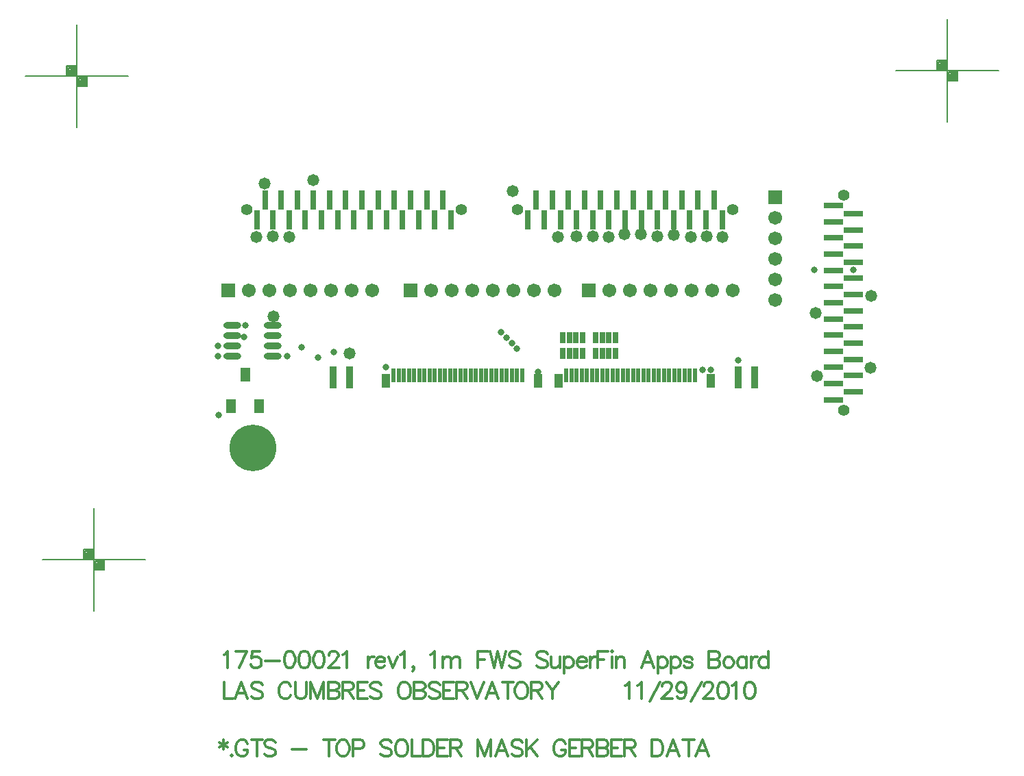
<source format=gts>
%FSLAX23Y23*%
%MOIN*%
G70*
G01*
G75*
G04 Layer_Color=8388736*
%ADD10O,0.079X0.024*%
%ADD11R,0.017X0.045*%
%ADD12R,0.014X0.060*%
%ADD13R,0.030X0.100*%
%ADD14R,0.031X0.060*%
%ADD15R,0.022X0.085*%
%ADD16R,0.039X0.059*%
%ADD17R,0.085X0.022*%
%ADD18C,0.020*%
%ADD19C,0.010*%
%ADD20C,0.025*%
%ADD21C,0.050*%
%ADD22C,0.005*%
%ADD23C,0.012*%
%ADD24C,0.008*%
%ADD25C,0.012*%
%ADD26C,0.012*%
%ADD27C,0.059*%
%ADD28R,0.059X0.059*%
%ADD29R,0.059X0.059*%
%ADD30C,0.047*%
%ADD31C,0.219*%
%ADD32C,0.050*%
%ADD33C,0.024*%
%ADD34C,0.040*%
%ADD35C,0.075*%
%ADD36C,0.087*%
%ADD37C,0.206*%
%ADD38C,0.068*%
G04:AMPARAMS|DCode=39|XSize=88mil|YSize=88mil|CornerRadius=0mil|HoleSize=0mil|Usage=FLASHONLY|Rotation=0.000|XOffset=0mil|YOffset=0mil|HoleType=Round|Shape=Relief|Width=10mil|Gap=10mil|Entries=4|*
%AMTHD39*
7,0,0,0.088,0.068,0.010,45*
%
%ADD39THD39*%
G04:AMPARAMS|DCode=40|XSize=70mil|YSize=70mil|CornerRadius=0mil|HoleSize=0mil|Usage=FLASHONLY|Rotation=0.000|XOffset=0mil|YOffset=0mil|HoleType=Round|Shape=Relief|Width=10mil|Gap=10mil|Entries=4|*
%AMTHD40*
7,0,0,0.070,0.050,0.010,45*
%
%ADD40THD40*%
%ADD41C,0.010*%
%ADD42C,0.008*%
%ADD43C,0.007*%
%ADD44R,0.224X0.139*%
%ADD45O,0.087X0.032*%
%ADD46R,0.025X0.053*%
%ADD47R,0.022X0.068*%
%ADD48R,0.038X0.108*%
%ADD49R,0.039X0.068*%
%ADD50R,0.030X0.093*%
%ADD51R,0.047X0.067*%
%ADD52R,0.093X0.030*%
%ADD53C,0.067*%
%ADD54R,0.067X0.067*%
%ADD55R,0.067X0.067*%
%ADD56C,0.055*%
%ADD57C,0.227*%
%ADD58C,0.058*%
%ADD59C,0.032*%
D23*
X31156Y16829D02*
Y16783D01*
X31137Y16817D02*
X31175Y16794D01*
Y16817D02*
X31137Y16794D01*
X31196Y16756D02*
X31192Y16753D01*
X31196Y16749D01*
X31199Y16753D01*
X31196Y16756D01*
X31274Y16810D02*
X31270Y16817D01*
X31263Y16825D01*
X31255Y16829D01*
X31240D01*
X31232Y16825D01*
X31224Y16817D01*
X31221Y16810D01*
X31217Y16798D01*
Y16779D01*
X31221Y16768D01*
X31224Y16760D01*
X31232Y16753D01*
X31240Y16749D01*
X31255D01*
X31263Y16753D01*
X31270Y16760D01*
X31274Y16768D01*
Y16779D01*
X31255D02*
X31274D01*
X31319Y16829D02*
Y16749D01*
X31292Y16829D02*
X31346D01*
X31408Y16817D02*
X31401Y16825D01*
X31389Y16829D01*
X31374D01*
X31363Y16825D01*
X31355Y16817D01*
Y16810D01*
X31359Y16802D01*
X31363Y16798D01*
X31370Y16794D01*
X31393Y16787D01*
X31401Y16783D01*
X31405Y16779D01*
X31408Y16772D01*
Y16760D01*
X31401Y16753D01*
X31389Y16749D01*
X31374D01*
X31363Y16753D01*
X31355Y16760D01*
X31489Y16783D02*
X31558D01*
X31671Y16829D02*
Y16749D01*
X31644Y16829D02*
X31698D01*
X31730D02*
X31722Y16825D01*
X31715Y16817D01*
X31711Y16810D01*
X31707Y16798D01*
Y16779D01*
X31711Y16768D01*
X31715Y16760D01*
X31722Y16753D01*
X31730Y16749D01*
X31745D01*
X31753Y16753D01*
X31760Y16760D01*
X31764Y16768D01*
X31768Y16779D01*
Y16798D01*
X31764Y16810D01*
X31760Y16817D01*
X31753Y16825D01*
X31745Y16829D01*
X31730D01*
X31787Y16787D02*
X31821D01*
X31832Y16791D01*
X31836Y16794D01*
X31840Y16802D01*
Y16814D01*
X31836Y16821D01*
X31832Y16825D01*
X31821Y16829D01*
X31787D01*
Y16749D01*
X31974Y16817D02*
X31966Y16825D01*
X31955Y16829D01*
X31940D01*
X31928Y16825D01*
X31921Y16817D01*
Y16810D01*
X31925Y16802D01*
X31928Y16798D01*
X31936Y16794D01*
X31959Y16787D01*
X31966Y16783D01*
X31970Y16779D01*
X31974Y16772D01*
Y16760D01*
X31966Y16753D01*
X31955Y16749D01*
X31940D01*
X31928Y16753D01*
X31921Y16760D01*
X32015Y16829D02*
X32007Y16825D01*
X32000Y16817D01*
X31996Y16810D01*
X31992Y16798D01*
Y16779D01*
X31996Y16768D01*
X32000Y16760D01*
X32007Y16753D01*
X32015Y16749D01*
X32030D01*
X32038Y16753D01*
X32045Y16760D01*
X32049Y16768D01*
X32053Y16779D01*
Y16798D01*
X32049Y16810D01*
X32045Y16817D01*
X32038Y16825D01*
X32030Y16829D01*
X32015D01*
X32072D02*
Y16749D01*
X32117D01*
X32126Y16829D02*
Y16749D01*
Y16829D02*
X32153D01*
X32164Y16825D01*
X32172Y16817D01*
X32176Y16810D01*
X32179Y16798D01*
Y16779D01*
X32176Y16768D01*
X32172Y16760D01*
X32164Y16753D01*
X32153Y16749D01*
X32126D01*
X32247Y16829D02*
X32197D01*
Y16749D01*
X32247D01*
X32197Y16791D02*
X32228D01*
X32260Y16829D02*
Y16749D01*
Y16829D02*
X32294D01*
X32306Y16825D01*
X32310Y16821D01*
X32313Y16814D01*
Y16806D01*
X32310Y16798D01*
X32306Y16794D01*
X32294Y16791D01*
X32260D01*
X32287D02*
X32313Y16749D01*
X32394Y16829D02*
Y16749D01*
Y16829D02*
X32425Y16749D01*
X32455Y16829D02*
X32425Y16749D01*
X32455Y16829D02*
Y16749D01*
X32539D02*
X32508Y16829D01*
X32478Y16749D01*
X32489Y16775D02*
X32527D01*
X32611Y16817D02*
X32603Y16825D01*
X32592Y16829D01*
X32577D01*
X32565Y16825D01*
X32558Y16817D01*
Y16810D01*
X32561Y16802D01*
X32565Y16798D01*
X32573Y16794D01*
X32596Y16787D01*
X32603Y16783D01*
X32607Y16779D01*
X32611Y16772D01*
Y16760D01*
X32603Y16753D01*
X32592Y16749D01*
X32577D01*
X32565Y16753D01*
X32558Y16760D01*
X32629Y16829D02*
Y16749D01*
X32682Y16829D02*
X32629Y16775D01*
X32648Y16794D02*
X32682Y16749D01*
X32820Y16810D02*
X32816Y16817D01*
X32809Y16825D01*
X32801Y16829D01*
X32786D01*
X32778Y16825D01*
X32770Y16817D01*
X32767Y16810D01*
X32763Y16798D01*
Y16779D01*
X32767Y16768D01*
X32770Y16760D01*
X32778Y16753D01*
X32786Y16749D01*
X32801D01*
X32809Y16753D01*
X32816Y16760D01*
X32820Y16768D01*
Y16779D01*
X32801D02*
X32820D01*
X32888Y16829D02*
X32838D01*
Y16749D01*
X32888D01*
X32838Y16791D02*
X32869D01*
X32901Y16829D02*
Y16749D01*
Y16829D02*
X32935D01*
X32947Y16825D01*
X32951Y16821D01*
X32954Y16814D01*
Y16806D01*
X32951Y16798D01*
X32947Y16794D01*
X32935Y16791D01*
X32901D01*
X32928D02*
X32954Y16749D01*
X32972Y16829D02*
Y16749D01*
Y16829D02*
X33007D01*
X33018Y16825D01*
X33022Y16821D01*
X33026Y16814D01*
Y16806D01*
X33022Y16798D01*
X33018Y16794D01*
X33007Y16791D01*
X32972D02*
X33007D01*
X33018Y16787D01*
X33022Y16783D01*
X33026Y16775D01*
Y16764D01*
X33022Y16756D01*
X33018Y16753D01*
X33007Y16749D01*
X32972D01*
X33093Y16829D02*
X33044D01*
Y16749D01*
X33093D01*
X33044Y16791D02*
X33074D01*
X33106Y16829D02*
Y16749D01*
Y16829D02*
X33141D01*
X33152Y16825D01*
X33156Y16821D01*
X33160Y16814D01*
Y16806D01*
X33156Y16798D01*
X33152Y16794D01*
X33141Y16791D01*
X33106D01*
X33133D02*
X33160Y16749D01*
X33240Y16829D02*
Y16749D01*
Y16829D02*
X33267D01*
X33279Y16825D01*
X33286Y16817D01*
X33290Y16810D01*
X33294Y16798D01*
Y16779D01*
X33290Y16768D01*
X33286Y16760D01*
X33279Y16753D01*
X33267Y16749D01*
X33240D01*
X33373D02*
X33342Y16829D01*
X33312Y16749D01*
X33323Y16775D02*
X33361D01*
X33418Y16829D02*
Y16749D01*
X33391Y16829D02*
X33445D01*
X33515Y16749D02*
X33485Y16829D01*
X33454Y16749D01*
X33466Y16775D02*
X33504D01*
D24*
X34427Y20086D02*
X34927D01*
X34677Y19836D02*
Y20336D01*
X34627Y20086D02*
Y20136D01*
X34677D01*
X34727Y20036D02*
Y20086D01*
X34677Y20036D02*
X34727D01*
X34682Y20081D02*
X34722D01*
Y20041D02*
Y20081D01*
X34682Y20041D02*
X34722D01*
X34682D02*
Y20081D01*
X34687Y20076D02*
X34717D01*
Y20046D02*
Y20076D01*
X34687Y20046D02*
X34717D01*
X34687D02*
Y20071D01*
X34692D02*
X34712D01*
Y20051D02*
Y20071D01*
X34692Y20051D02*
X34712D01*
X34692D02*
Y20066D01*
X34697D02*
X34707D01*
Y20056D02*
Y20066D01*
X34697Y20056D02*
X34707D01*
X34697D02*
Y20066D01*
Y20061D02*
X34707D01*
X34632Y20131D02*
X34672D01*
Y20091D02*
Y20131D01*
X34632Y20091D02*
X34672D01*
X34632D02*
Y20131D01*
X34637Y20126D02*
X34667D01*
Y20096D02*
Y20126D01*
X34637Y20096D02*
X34667D01*
X34637D02*
Y20121D01*
X34642D02*
X34662D01*
Y20101D02*
Y20121D01*
X34642Y20101D02*
X34662D01*
X34642D02*
Y20116D01*
X34647D02*
X34657D01*
Y20106D02*
Y20116D01*
X34647Y20106D02*
X34657D01*
X34647D02*
Y20116D01*
Y20111D02*
X34657D01*
X30192Y20061D02*
X30692D01*
X30442Y19811D02*
Y20311D01*
X30392Y20061D02*
Y20111D01*
X30442D01*
X30492Y20011D02*
Y20061D01*
X30442Y20011D02*
X30492D01*
X30447Y20056D02*
X30487D01*
Y20016D02*
Y20056D01*
X30447Y20016D02*
X30487D01*
X30447D02*
Y20056D01*
X30452Y20051D02*
X30482D01*
Y20021D02*
Y20051D01*
X30452Y20021D02*
X30482D01*
X30452D02*
Y20046D01*
X30457D02*
X30477D01*
Y20026D02*
Y20046D01*
X30457Y20026D02*
X30477D01*
X30457D02*
Y20041D01*
X30462D02*
X30472D01*
Y20031D02*
Y20041D01*
X30462Y20031D02*
X30472D01*
X30462D02*
Y20041D01*
Y20036D02*
X30472D01*
X30397Y20106D02*
X30437D01*
Y20066D02*
Y20106D01*
X30397Y20066D02*
X30437D01*
X30397D02*
Y20106D01*
X30402Y20101D02*
X30432D01*
Y20071D02*
Y20101D01*
X30402Y20071D02*
X30432D01*
X30402D02*
Y20096D01*
X30407D02*
X30427D01*
Y20076D02*
Y20096D01*
X30407Y20076D02*
X30427D01*
X30407D02*
Y20091D01*
X30412D02*
X30422D01*
Y20081D02*
Y20091D01*
X30412Y20081D02*
X30422D01*
X30412D02*
Y20091D01*
Y20086D02*
X30422D01*
X30277Y17706D02*
X30777D01*
X30527Y17456D02*
Y17956D01*
X30477Y17706D02*
Y17756D01*
X30527D01*
X30577Y17656D02*
Y17706D01*
X30527Y17656D02*
X30577D01*
X30532Y17701D02*
X30572D01*
Y17661D02*
Y17701D01*
X30532Y17661D02*
X30572D01*
X30532D02*
Y17701D01*
X30537Y17696D02*
X30567D01*
Y17666D02*
Y17696D01*
X30537Y17666D02*
X30567D01*
X30537D02*
Y17691D01*
X30542D02*
X30562D01*
Y17671D02*
Y17691D01*
X30542Y17671D02*
X30562D01*
X30542D02*
Y17686D01*
X30547D02*
X30557D01*
Y17676D02*
Y17686D01*
X30547Y17676D02*
X30557D01*
X30547D02*
Y17686D01*
Y17681D02*
X30557D01*
X30482Y17751D02*
X30522D01*
Y17711D02*
Y17751D01*
X30482Y17711D02*
X30522D01*
X30482D02*
Y17751D01*
X30487Y17746D02*
X30517D01*
Y17716D02*
Y17746D01*
X30487Y17716D02*
X30517D01*
X30487D02*
Y17741D01*
X30492D02*
X30512D01*
Y17721D02*
Y17741D01*
X30492Y17721D02*
X30512D01*
X30492D02*
Y17736D01*
X30497D02*
X30507D01*
Y17726D02*
Y17736D01*
X30497Y17726D02*
X30507D01*
X30497D02*
Y17736D01*
Y17731D02*
X30507D01*
D25*
X31158Y17244D02*
X31166Y17248D01*
X31177Y17259D01*
Y17179D01*
X31270Y17259D02*
X31232Y17179D01*
X31217Y17259D02*
X31270D01*
X31334D02*
X31296D01*
X31292Y17225D01*
X31296Y17229D01*
X31307Y17233D01*
X31319D01*
X31330Y17229D01*
X31338Y17221D01*
X31341Y17210D01*
Y17202D01*
X31338Y17191D01*
X31330Y17183D01*
X31319Y17179D01*
X31307D01*
X31296Y17183D01*
X31292Y17187D01*
X31288Y17195D01*
X31359Y17214D02*
X31428D01*
X31474Y17259D02*
X31463Y17256D01*
X31455Y17244D01*
X31452Y17225D01*
Y17214D01*
X31455Y17195D01*
X31463Y17183D01*
X31474Y17179D01*
X31482D01*
X31493Y17183D01*
X31501Y17195D01*
X31505Y17214D01*
Y17225D01*
X31501Y17244D01*
X31493Y17256D01*
X31482Y17259D01*
X31474D01*
X31546D02*
X31534Y17256D01*
X31527Y17244D01*
X31523Y17225D01*
Y17214D01*
X31527Y17195D01*
X31534Y17183D01*
X31546Y17179D01*
X31553D01*
X31565Y17183D01*
X31572Y17195D01*
X31576Y17214D01*
Y17225D01*
X31572Y17244D01*
X31565Y17256D01*
X31553Y17259D01*
X31546D01*
X31617D02*
X31605Y17256D01*
X31598Y17244D01*
X31594Y17225D01*
Y17214D01*
X31598Y17195D01*
X31605Y17183D01*
X31617Y17179D01*
X31624D01*
X31636Y17183D01*
X31644Y17195D01*
X31647Y17214D01*
Y17225D01*
X31644Y17244D01*
X31636Y17256D01*
X31624Y17259D01*
X31617D01*
X31669Y17240D02*
Y17244D01*
X31673Y17252D01*
X31677Y17256D01*
X31684Y17259D01*
X31700D01*
X31707Y17256D01*
X31711Y17252D01*
X31715Y17244D01*
Y17237D01*
X31711Y17229D01*
X31703Y17217D01*
X31665Y17179D01*
X31719D01*
X31736Y17244D02*
X31744Y17248D01*
X31755Y17259D01*
Y17179D01*
X31858Y17233D02*
Y17179D01*
Y17210D02*
X31862Y17221D01*
X31869Y17229D01*
X31877Y17233D01*
X31888D01*
X31896Y17210D02*
X31941D01*
Y17217D01*
X31938Y17225D01*
X31934Y17229D01*
X31926Y17233D01*
X31915D01*
X31907Y17229D01*
X31899Y17221D01*
X31896Y17210D01*
Y17202D01*
X31899Y17191D01*
X31907Y17183D01*
X31915Y17179D01*
X31926D01*
X31934Y17183D01*
X31941Y17191D01*
X31958Y17233D02*
X31981Y17179D01*
X32004Y17233D02*
X31981Y17179D01*
X32017Y17244D02*
X32025Y17248D01*
X32036Y17259D01*
Y17179D01*
X32083Y17183D02*
X32080Y17179D01*
X32076Y17183D01*
X32080Y17187D01*
X32083Y17183D01*
Y17176D01*
X32080Y17168D01*
X32076Y17164D01*
X32164Y17244D02*
X32171Y17248D01*
X32183Y17259D01*
Y17179D01*
X32222Y17233D02*
Y17179D01*
Y17217D02*
X32234Y17229D01*
X32241Y17233D01*
X32253D01*
X32261Y17229D01*
X32264Y17217D01*
Y17179D01*
Y17217D02*
X32276Y17229D01*
X32283Y17233D01*
X32295D01*
X32302Y17229D01*
X32306Y17217D01*
Y17179D01*
X32394Y17259D02*
Y17179D01*
Y17259D02*
X32444D01*
X32394Y17221D02*
X32425D01*
X32453Y17259D02*
X32472Y17179D01*
X32491Y17259D02*
X32472Y17179D01*
X32491Y17259D02*
X32510Y17179D01*
X32529Y17259D02*
X32510Y17179D01*
X32598Y17248D02*
X32591Y17256D01*
X32579Y17259D01*
X32564D01*
X32553Y17256D01*
X32545Y17248D01*
Y17240D01*
X32549Y17233D01*
X32553Y17229D01*
X32560Y17225D01*
X32583Y17217D01*
X32591Y17214D01*
X32595Y17210D01*
X32598Y17202D01*
Y17191D01*
X32591Y17183D01*
X32579Y17179D01*
X32564D01*
X32553Y17183D01*
X32545Y17191D01*
X32732Y17248D02*
X32725Y17256D01*
X32713Y17259D01*
X32698D01*
X32687Y17256D01*
X32679Y17248D01*
Y17240D01*
X32683Y17233D01*
X32687Y17229D01*
X32694Y17225D01*
X32717Y17217D01*
X32725Y17214D01*
X32729Y17210D01*
X32732Y17202D01*
Y17191D01*
X32725Y17183D01*
X32713Y17179D01*
X32698D01*
X32687Y17183D01*
X32679Y17191D01*
X32750Y17233D02*
Y17195D01*
X32754Y17183D01*
X32762Y17179D01*
X32773D01*
X32781Y17183D01*
X32792Y17195D01*
Y17233D02*
Y17179D01*
X32813Y17233D02*
Y17153D01*
Y17221D02*
X32821Y17229D01*
X32828Y17233D01*
X32840D01*
X32847Y17229D01*
X32855Y17221D01*
X32859Y17210D01*
Y17202D01*
X32855Y17191D01*
X32847Y17183D01*
X32840Y17179D01*
X32828D01*
X32821Y17183D01*
X32813Y17191D01*
X32876Y17210D02*
X32922D01*
Y17217D01*
X32918Y17225D01*
X32914Y17229D01*
X32906Y17233D01*
X32895D01*
X32887Y17229D01*
X32880Y17221D01*
X32876Y17210D01*
Y17202D01*
X32880Y17191D01*
X32887Y17183D01*
X32895Y17179D01*
X32906D01*
X32914Y17183D01*
X32922Y17191D01*
X32939Y17233D02*
Y17179D01*
Y17210D02*
X32943Y17221D01*
X32950Y17229D01*
X32958Y17233D01*
X32969D01*
X32977Y17259D02*
Y17179D01*
Y17259D02*
X33026D01*
X32977Y17221D02*
X33007D01*
X33043Y17259D02*
X33047Y17256D01*
X33050Y17259D01*
X33047Y17263D01*
X33043Y17259D01*
X33047Y17233D02*
Y17179D01*
X33065Y17233D02*
Y17179D01*
Y17217D02*
X33076Y17229D01*
X33084Y17233D01*
X33095D01*
X33103Y17229D01*
X33106Y17217D01*
Y17179D01*
X33251D02*
X33221Y17259D01*
X33190Y17179D01*
X33202Y17206D02*
X33240D01*
X33270Y17233D02*
Y17153D01*
Y17221D02*
X33277Y17229D01*
X33285Y17233D01*
X33297D01*
X33304Y17229D01*
X33312Y17221D01*
X33316Y17210D01*
Y17202D01*
X33312Y17191D01*
X33304Y17183D01*
X33297Y17179D01*
X33285D01*
X33277Y17183D01*
X33270Y17191D01*
X33333Y17233D02*
Y17153D01*
Y17221D02*
X33340Y17229D01*
X33348Y17233D01*
X33359D01*
X33367Y17229D01*
X33375Y17221D01*
X33378Y17210D01*
Y17202D01*
X33375Y17191D01*
X33367Y17183D01*
X33359Y17179D01*
X33348D01*
X33340Y17183D01*
X33333Y17191D01*
X33437Y17221D02*
X33434Y17229D01*
X33422Y17233D01*
X33411D01*
X33399Y17229D01*
X33396Y17221D01*
X33399Y17214D01*
X33407Y17210D01*
X33426Y17206D01*
X33434Y17202D01*
X33437Y17195D01*
Y17191D01*
X33434Y17183D01*
X33422Y17179D01*
X33411D01*
X33399Y17183D01*
X33396Y17191D01*
X33517Y17259D02*
Y17179D01*
Y17259D02*
X33551D01*
X33563Y17256D01*
X33567Y17252D01*
X33570Y17244D01*
Y17237D01*
X33567Y17229D01*
X33563Y17225D01*
X33551Y17221D01*
X33517D02*
X33551D01*
X33563Y17217D01*
X33567Y17214D01*
X33570Y17206D01*
Y17195D01*
X33567Y17187D01*
X33563Y17183D01*
X33551Y17179D01*
X33517D01*
X33607Y17233D02*
X33600Y17229D01*
X33592Y17221D01*
X33588Y17210D01*
Y17202D01*
X33592Y17191D01*
X33600Y17183D01*
X33607Y17179D01*
X33619D01*
X33626Y17183D01*
X33634Y17191D01*
X33638Y17202D01*
Y17210D01*
X33634Y17221D01*
X33626Y17229D01*
X33619Y17233D01*
X33607D01*
X33701D02*
Y17179D01*
Y17221D02*
X33693Y17229D01*
X33686Y17233D01*
X33674D01*
X33667Y17229D01*
X33659Y17221D01*
X33655Y17210D01*
Y17202D01*
X33659Y17191D01*
X33667Y17183D01*
X33674Y17179D01*
X33686D01*
X33693Y17183D01*
X33701Y17191D01*
X33722Y17233D02*
Y17179D01*
Y17210D02*
X33726Y17221D01*
X33734Y17229D01*
X33741Y17233D01*
X33753D01*
X33806Y17259D02*
Y17179D01*
Y17221D02*
X33798Y17229D01*
X33790Y17233D01*
X33779D01*
X33771Y17229D01*
X33764Y17221D01*
X33760Y17210D01*
Y17202D01*
X33764Y17191D01*
X33771Y17183D01*
X33779Y17179D01*
X33790D01*
X33798Y17183D01*
X33806Y17191D01*
D26*
X31158Y17109D02*
Y17029D01*
X31204D01*
X31274D02*
X31243Y17109D01*
X31213Y17029D01*
X31224Y17056D02*
X31262D01*
X31346Y17098D02*
X31338Y17106D01*
X31327Y17109D01*
X31311D01*
X31300Y17106D01*
X31292Y17098D01*
Y17090D01*
X31296Y17083D01*
X31300Y17079D01*
X31308Y17075D01*
X31330Y17067D01*
X31338Y17064D01*
X31342Y17060D01*
X31346Y17052D01*
Y17041D01*
X31338Y17033D01*
X31327Y17029D01*
X31311D01*
X31300Y17033D01*
X31292Y17041D01*
X31484Y17090D02*
X31480Y17098D01*
X31472Y17106D01*
X31465Y17109D01*
X31449D01*
X31442Y17106D01*
X31434Y17098D01*
X31430Y17090D01*
X31426Y17079D01*
Y17060D01*
X31430Y17048D01*
X31434Y17041D01*
X31442Y17033D01*
X31449Y17029D01*
X31465D01*
X31472Y17033D01*
X31480Y17041D01*
X31484Y17048D01*
X31506Y17109D02*
Y17052D01*
X31510Y17041D01*
X31517Y17033D01*
X31529Y17029D01*
X31536D01*
X31548Y17033D01*
X31556Y17041D01*
X31559Y17052D01*
Y17109D01*
X31581D02*
Y17029D01*
Y17109D02*
X31612Y17029D01*
X31642Y17109D02*
X31612Y17029D01*
X31642Y17109D02*
Y17029D01*
X31665Y17109D02*
Y17029D01*
Y17109D02*
X31700D01*
X31711Y17106D01*
X31715Y17102D01*
X31719Y17094D01*
Y17086D01*
X31715Y17079D01*
X31711Y17075D01*
X31700Y17071D01*
X31665D02*
X31700D01*
X31711Y17067D01*
X31715Y17064D01*
X31719Y17056D01*
Y17045D01*
X31715Y17037D01*
X31711Y17033D01*
X31700Y17029D01*
X31665D01*
X31736Y17109D02*
Y17029D01*
Y17109D02*
X31771D01*
X31782Y17106D01*
X31786Y17102D01*
X31790Y17094D01*
Y17086D01*
X31786Y17079D01*
X31782Y17075D01*
X31771Y17071D01*
X31736D01*
X31763D02*
X31790Y17029D01*
X31857Y17109D02*
X31808D01*
Y17029D01*
X31857D01*
X31808Y17071D02*
X31838D01*
X31924Y17098D02*
X31916Y17106D01*
X31905Y17109D01*
X31890D01*
X31878Y17106D01*
X31871Y17098D01*
Y17090D01*
X31874Y17083D01*
X31878Y17079D01*
X31886Y17075D01*
X31909Y17067D01*
X31916Y17064D01*
X31920Y17060D01*
X31924Y17052D01*
Y17041D01*
X31916Y17033D01*
X31905Y17029D01*
X31890D01*
X31878Y17033D01*
X31871Y17041D01*
X32027Y17109D02*
X32020Y17106D01*
X32012Y17098D01*
X32008Y17090D01*
X32005Y17079D01*
Y17060D01*
X32008Y17048D01*
X32012Y17041D01*
X32020Y17033D01*
X32027Y17029D01*
X32043D01*
X32050Y17033D01*
X32058Y17041D01*
X32062Y17048D01*
X32066Y17060D01*
Y17079D01*
X32062Y17090D01*
X32058Y17098D01*
X32050Y17106D01*
X32043Y17109D01*
X32027D01*
X32084D02*
Y17029D01*
Y17109D02*
X32118D01*
X32130Y17106D01*
X32134Y17102D01*
X32138Y17094D01*
Y17086D01*
X32134Y17079D01*
X32130Y17075D01*
X32118Y17071D01*
X32084D02*
X32118D01*
X32130Y17067D01*
X32134Y17064D01*
X32138Y17056D01*
Y17045D01*
X32134Y17037D01*
X32130Y17033D01*
X32118Y17029D01*
X32084D01*
X32209Y17098D02*
X32201Y17106D01*
X32190Y17109D01*
X32174D01*
X32163Y17106D01*
X32155Y17098D01*
Y17090D01*
X32159Y17083D01*
X32163Y17079D01*
X32171Y17075D01*
X32193Y17067D01*
X32201Y17064D01*
X32205Y17060D01*
X32209Y17052D01*
Y17041D01*
X32201Y17033D01*
X32190Y17029D01*
X32174D01*
X32163Y17033D01*
X32155Y17041D01*
X32276Y17109D02*
X32227D01*
Y17029D01*
X32276D01*
X32227Y17071D02*
X32257D01*
X32289Y17109D02*
Y17029D01*
Y17109D02*
X32324D01*
X32335Y17106D01*
X32339Y17102D01*
X32343Y17094D01*
Y17086D01*
X32339Y17079D01*
X32335Y17075D01*
X32324Y17071D01*
X32289D01*
X32316D02*
X32343Y17029D01*
X32361Y17109D02*
X32391Y17029D01*
X32422Y17109D02*
X32391Y17029D01*
X32493D02*
X32462Y17109D01*
X32432Y17029D01*
X32443Y17056D02*
X32481D01*
X32538Y17109D02*
Y17029D01*
X32512Y17109D02*
X32565D01*
X32597D02*
X32590Y17106D01*
X32582Y17098D01*
X32578Y17090D01*
X32574Y17079D01*
Y17060D01*
X32578Y17048D01*
X32582Y17041D01*
X32590Y17033D01*
X32597Y17029D01*
X32612D01*
X32620Y17033D01*
X32628Y17041D01*
X32632Y17048D01*
X32635Y17060D01*
Y17079D01*
X32632Y17090D01*
X32628Y17098D01*
X32620Y17106D01*
X32612Y17109D01*
X32597D01*
X32654D02*
Y17029D01*
Y17109D02*
X32688D01*
X32700Y17106D01*
X32703Y17102D01*
X32707Y17094D01*
Y17086D01*
X32703Y17079D01*
X32700Y17075D01*
X32688Y17071D01*
X32654D01*
X32681D02*
X32707Y17029D01*
X32725Y17109D02*
X32756Y17071D01*
Y17029D01*
X32786Y17109D02*
X32756Y17071D01*
X33111Y17094D02*
X33118Y17098D01*
X33130Y17109D01*
Y17029D01*
X33169Y17094D02*
X33177Y17098D01*
X33188Y17109D01*
Y17029D01*
X33228Y17018D02*
X33281Y17109D01*
X33290Y17090D02*
Y17094D01*
X33294Y17102D01*
X33298Y17106D01*
X33306Y17109D01*
X33321D01*
X33328Y17106D01*
X33332Y17102D01*
X33336Y17094D01*
Y17086D01*
X33332Y17079D01*
X33325Y17067D01*
X33287Y17029D01*
X33340D01*
X33407Y17083D02*
X33404Y17071D01*
X33396Y17064D01*
X33384Y17060D01*
X33381D01*
X33369Y17064D01*
X33362Y17071D01*
X33358Y17083D01*
Y17086D01*
X33362Y17098D01*
X33369Y17106D01*
X33381Y17109D01*
X33384D01*
X33396Y17106D01*
X33404Y17098D01*
X33407Y17083D01*
Y17064D01*
X33404Y17045D01*
X33396Y17033D01*
X33384Y17029D01*
X33377D01*
X33365Y17033D01*
X33362Y17041D01*
X33429Y17018D02*
X33482Y17109D01*
X33492Y17090D02*
Y17094D01*
X33495Y17102D01*
X33499Y17106D01*
X33507Y17109D01*
X33522D01*
X33530Y17106D01*
X33533Y17102D01*
X33537Y17094D01*
Y17086D01*
X33533Y17079D01*
X33526Y17067D01*
X33488Y17029D01*
X33541D01*
X33582Y17109D02*
X33570Y17106D01*
X33563Y17094D01*
X33559Y17075D01*
Y17064D01*
X33563Y17045D01*
X33570Y17033D01*
X33582Y17029D01*
X33589D01*
X33601Y17033D01*
X33608Y17045D01*
X33612Y17064D01*
Y17075D01*
X33608Y17094D01*
X33601Y17106D01*
X33589Y17109D01*
X33582D01*
X33630Y17094D02*
X33638Y17098D01*
X33649Y17109D01*
Y17029D01*
X33712Y17109D02*
X33700Y17106D01*
X33693Y17094D01*
X33689Y17075D01*
Y17064D01*
X33693Y17045D01*
X33700Y17033D01*
X33712Y17029D01*
X33719D01*
X33731Y17033D01*
X33738Y17045D01*
X33742Y17064D01*
Y17075D01*
X33738Y17094D01*
X33731Y17106D01*
X33719Y17109D01*
X33712D01*
D45*
X31396Y18696D02*
D03*
Y18746D02*
D03*
Y18796D02*
D03*
Y18846D02*
D03*
X31199Y18696D02*
D03*
Y18746D02*
D03*
Y18796D02*
D03*
Y18846D02*
D03*
D46*
X32807Y18786D02*
D03*
X32839D02*
D03*
X32870D02*
D03*
X32902D02*
D03*
Y18710D02*
D03*
X32870D02*
D03*
X32839D02*
D03*
X32807D02*
D03*
X32967Y18786D02*
D03*
X32999D02*
D03*
X33030D02*
D03*
X33062D02*
D03*
Y18710D02*
D03*
X33030D02*
D03*
X32999D02*
D03*
X32967D02*
D03*
D47*
X31983Y18603D02*
D03*
X32008D02*
D03*
X32033D02*
D03*
X32058D02*
D03*
X32083D02*
D03*
X32108D02*
D03*
X32158D02*
D03*
X32183D02*
D03*
X32208D02*
D03*
X32233D02*
D03*
X32258D02*
D03*
X32283D02*
D03*
X32308D02*
D03*
X32333D02*
D03*
X32358D02*
D03*
X32383D02*
D03*
X32408D02*
D03*
X32433D02*
D03*
X32458D02*
D03*
X32483D02*
D03*
X32508D02*
D03*
X32533D02*
D03*
X32558D02*
D03*
X32583D02*
D03*
X32608D02*
D03*
X32824Y18602D02*
D03*
X32849D02*
D03*
X32874D02*
D03*
X32899D02*
D03*
X32924D02*
D03*
X32949D02*
D03*
X32974D02*
D03*
X32999D02*
D03*
X33024D02*
D03*
X33049D02*
D03*
X33074D02*
D03*
X33099D02*
D03*
X33124D02*
D03*
X33149D02*
D03*
X33174D02*
D03*
X33199D02*
D03*
X33224D02*
D03*
X33249D02*
D03*
X33274D02*
D03*
X33299D02*
D03*
X33324D02*
D03*
X33349D02*
D03*
X33374D02*
D03*
X33399D02*
D03*
X33424D02*
D03*
X33449D02*
D03*
X32133Y18603D02*
D03*
D48*
X31691Y18593D02*
D03*
X31770D02*
D03*
X33740Y18593D02*
D03*
X33661D02*
D03*
D49*
X33526Y18575D02*
D03*
X32786D02*
D03*
X31946D02*
D03*
X32686D02*
D03*
D50*
X31515Y19458D02*
D03*
X31554Y19361D02*
D03*
X31594Y19458D02*
D03*
X31633Y19361D02*
D03*
X31673Y19458D02*
D03*
X31712Y19361D02*
D03*
X31751Y19458D02*
D03*
X31791Y19361D02*
D03*
X31830Y19458D02*
D03*
X31869Y19361D02*
D03*
X31909Y19458D02*
D03*
X31948Y19361D02*
D03*
X31987Y19458D02*
D03*
X32027Y19361D02*
D03*
X32066Y19458D02*
D03*
X32106Y19361D02*
D03*
X32145Y19458D02*
D03*
X32184Y19361D02*
D03*
X32224Y19458D02*
D03*
X32263Y19361D02*
D03*
X31436Y19458D02*
D03*
X31358D02*
D03*
X31476Y19361D02*
D03*
X31397D02*
D03*
X31318D02*
D03*
X32834Y19458D02*
D03*
X32873Y19361D02*
D03*
X32913Y19458D02*
D03*
X32952Y19361D02*
D03*
X32991Y19458D02*
D03*
X33031Y19361D02*
D03*
X33070Y19458D02*
D03*
X33110Y19361D02*
D03*
X33149Y19458D02*
D03*
X33188Y19361D02*
D03*
X33228Y19458D02*
D03*
X33267Y19361D02*
D03*
X33306Y19458D02*
D03*
X33346Y19361D02*
D03*
X33385Y19458D02*
D03*
X33424Y19361D02*
D03*
X33464Y19458D02*
D03*
X33503Y19361D02*
D03*
X33543Y19458D02*
D03*
X33582Y19361D02*
D03*
X32755Y19458D02*
D03*
X32676D02*
D03*
X32795Y19361D02*
D03*
X32716D02*
D03*
X32637D02*
D03*
D51*
X31193Y18454D02*
D03*
X31262Y18608D02*
D03*
X31331Y18454D02*
D03*
D52*
X34221Y19233D02*
D03*
X34124Y19193D02*
D03*
X34221Y19154D02*
D03*
X34124Y19114D02*
D03*
X34221Y19075D02*
D03*
X34124Y19036D02*
D03*
X34221Y18996D02*
D03*
X34124Y18957D02*
D03*
X34221Y18918D02*
D03*
X34124Y18878D02*
D03*
X34221Y18839D02*
D03*
X34124Y18799D02*
D03*
X34221Y18760D02*
D03*
X34124Y18721D02*
D03*
X34221Y18681D02*
D03*
X34124Y18642D02*
D03*
X34221Y18603D02*
D03*
X34124Y18563D02*
D03*
X34221Y18524D02*
D03*
X34124Y18484D02*
D03*
X34221Y19311D02*
D03*
Y19390D02*
D03*
X34124Y19272D02*
D03*
Y19351D02*
D03*
Y19429D02*
D03*
D53*
X33632Y19016D02*
D03*
X33532D02*
D03*
X33432D02*
D03*
X33332D02*
D03*
X33232D02*
D03*
X33132D02*
D03*
X33032D02*
D03*
X33838Y19369D02*
D03*
Y19269D02*
D03*
Y19169D02*
D03*
Y19069D02*
D03*
Y18969D02*
D03*
X32766Y19016D02*
D03*
X32666D02*
D03*
X32566D02*
D03*
X32466D02*
D03*
X32366D02*
D03*
X32266D02*
D03*
X32166D02*
D03*
X31880D02*
D03*
X31780D02*
D03*
X31680D02*
D03*
X31580D02*
D03*
X31480D02*
D03*
X31380D02*
D03*
X31280D02*
D03*
D54*
X32932D02*
D03*
X32066D02*
D03*
X31180D02*
D03*
D55*
X33838Y19469D02*
D03*
D56*
X31268Y19410D02*
D03*
X32313D02*
D03*
X34172Y19480D02*
D03*
Y18434D02*
D03*
X32587Y19410D02*
D03*
X33632D02*
D03*
D57*
X31298Y18250D02*
D03*
D58*
X34307Y18991D02*
D03*
X34037Y18906D02*
D03*
X34302Y18641D02*
D03*
X34042Y18601D02*
D03*
X32872Y19281D02*
D03*
X32952Y19281D02*
D03*
X33107Y19291D02*
D03*
X33187D02*
D03*
X33346Y19287D02*
D03*
X33582Y19276D02*
D03*
X31397Y19281D02*
D03*
X31317Y19276D02*
D03*
X31357Y19536D02*
D03*
X31398Y18889D02*
D03*
X31475Y19276D02*
D03*
X32564Y19499D02*
D03*
X31594Y19554D02*
D03*
X31771Y18710D02*
D03*
X32782Y19276D02*
D03*
X33031Y19277D02*
D03*
X33431Y19277D02*
D03*
X33507Y19281D02*
D03*
X33267Y19279D02*
D03*
D59*
X31262Y18846D02*
D03*
X31257Y18791D02*
D03*
X31537Y18741D02*
D03*
X31467Y18696D02*
D03*
X33485Y18629D02*
D03*
X33525Y18631D02*
D03*
X32685Y18621D02*
D03*
X31128Y18746D02*
D03*
X31129Y18695D02*
D03*
X31132Y18411D02*
D03*
X34220Y19115D02*
D03*
X34030Y19116D02*
D03*
X32583Y18732D02*
D03*
X32558Y18759D02*
D03*
X32534Y18786D02*
D03*
X32507Y18813D02*
D03*
X31945Y18643D02*
D03*
X31694Y18715D02*
D03*
X31617Y18690D02*
D03*
X33661Y18675D02*
D03*
M02*

</source>
